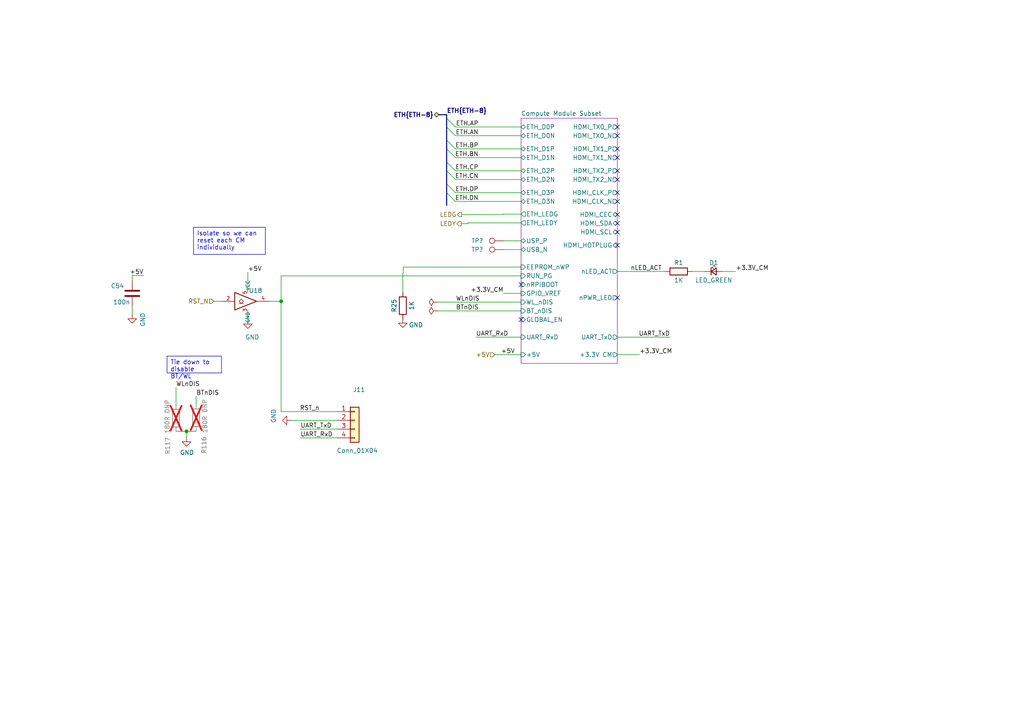
<source format=kicad_sch>
(kicad_sch (version 20230121) (generator eeschema)
  (paper "A4")
  (title_block (title "Penta-Pi") (date "2022-09-05") (rev "2.0") (comment 1 "fjc"))
  (lib_symbols
    (symbol "CM4IO:74LVC1G07_copy"
      (property "Reference" "U" (at -2.54 3.81 0))
      (property "Value" "74LVC1G07_copy" (at 0 -3.81 0))
      (symbol "74LVC1G07_copy_0_1"
        (polyline (pts (xy -2.54 -0.635) (xy -1.27 -0.635)))
        (polyline (pts (xy -3.81 2.54) (xy -3.81 -2.54) (xy 2.54 0) (xy -3.81 2.54)) (stroke (width 0.254)))
        (polyline (pts (xy -1.905 0.635) (xy -2.54 0) (xy -1.905 -0.635) (xy -1.27 0) (xy -1.905 0.635)))
      )
      (symbol "74LVC1G07_copy_1_1"
        (pin input line (at -7.62 0 0) (length 3.81) (name "~") (number "2"))
        (pin power_in line (at 0 -2.54 270) (length 0) (name "GND") (number "3"))
        (pin open_collector line (at 6.35 0 180) (length 3.81) (name "~") (number "4"))
        (pin power_in line (at 0 2.54 90) (length 0) (name "VCC") (number "5"))
      )
    )
    (symbol "Connector_Generic:Conn_01x04" (pin_names (offset 1.016) hide)
      (property "Reference" "J" (at 0 5.08 0))
      (property "Value" "Conn_01x04" (at 0 -7.62 0))
      (symbol "Conn_01x04_1_1"
        (rectangle (start -1.27 -4.953) (end 0 -5.207) (stroke (width 0.1524)))
        (rectangle (start -1.27 -2.413) (end 0 -2.667) (stroke (width 0.1524)))
        (rectangle (start -1.27 0.127) (end 0 -0.127) (stroke (width 0.1524)))
        (rectangle (start -1.27 2.667) (end 0 2.413) (stroke (width 0.1524)))
        (rectangle (start -1.27 3.81) (end 1.27 -6.35) (stroke (width 0.254)) (fill (type background)))
        (pin passive line (at -5.08 2.54 0) (length 3.81) (name "Pin_1") (number "1"))
        (pin passive line (at -5.08 0 0) (length 3.81) (name "Pin_2") (number "2"))
        (pin passive line (at -5.08 -2.54 0) (length 3.81) (name "Pin_3") (number "3"))
        (pin passive line (at -5.08 -5.08 0) (length 3.81) (name "Pin_4") (number "4"))
      )
    )
    (symbol "Device:C" (pin_numbers hide) (pin_names (offset 0.254))
      (property "Reference" "C" (at 0.635 2.54 0))
      (property "Value" "C" (at 0.635 -2.54 0))
      (symbol "C_0_1"
        (polyline (pts (xy -2.032 -0.762) (xy 2.032 -0.762)) (stroke (width 0.508)))
        (polyline (pts (xy -2.032 0.762) (xy 2.032 0.762)) (stroke (width 0.508)))
      )
      (symbol "C_1_1"
        (pin passive line (at 0 3.81 270) (length 2.794) (name "~") (number "1"))
        (pin passive line (at 0 -3.81 90) (length 2.794) (name "~") (number "2"))
      )
    )
    (symbol "Device:LED_Small" (pin_numbers hide) (pin_names (offset 0.254) hide)
      (property "Reference" "D" (at -1.27 3.175 0))
      (property "Value" "LED_Small" (at -4.445 -2.54 0))
      (symbol "LED_Small_0_1"
        (polyline (pts (xy -0.762 -1.016) (xy -0.762 1.016)) (stroke (width 0.254)))
        (polyline (pts (xy 1.016 0) (xy -0.762 0)))
        (polyline (pts (xy 0.762 -1.016) (xy -0.762 0) (xy 0.762 1.016) (xy 0.762 -1.016)) (stroke (width 0.254)))
        (polyline (pts (xy 0 0.762) (xy -0.508 1.27) (xy -0.254 1.27) (xy -0.508 1.27) (xy -0.508 1.016)))
        (polyline (pts (xy 0.508 1.27) (xy 0 1.778) (xy 0.254 1.778) (xy 0 1.778) (xy 0 1.524)))
      )
      (symbol "LED_Small_1_1"
        (pin passive line (at -2.54 0 0) (length 1.778) (name "K") (number "1"))
        (pin passive line (at 2.54 0 180) (length 1.778) (name "A") (number "2"))
      )
    )
    (symbol "Device:R" (pin_numbers hide) (pin_names (offset 0))
      (property "Reference" "R" (at 2.032 0 90))
      (property "Value" "R" (at 0 0 90))
      (symbol "R_0_1"
        (rectangle (start -1.016 -2.54) (end 1.016 2.54) (stroke (width 0.254)))
      )
      (symbol "R_1_1"
        (pin passive line (at 0 3.81 270) (length 1.27) (name "~") (number "1"))
        (pin passive line (at 0 -3.81 90) (length 1.27) (name "~") (number "2"))
      )
    )
    (symbol "TestPoint_9" (pin_numbers hide) (pin_names (offset 0.762) hide) (in_bom no)
      (property "Reference" "TP" (at 0 6.858 0))
      (property "Value" "TestPoint" (at 0 5.08 0))
      (symbol "TestPoint_9_0_1"
        (circle (center 0 3.302) (radius 0.762))
      )
      (symbol "TestPoint_9_1_1"
        (pin passive line (at 0 0 90) (length 2.54) (name "1") (number "1"))
      )
    )
    (symbol "power:GND" (power) (pin_names (offset 0))
      (property "Value" "GND" (at 0 -3.81 0))
      (symbol "GND_0_1"
        (polyline (pts (xy 0 0) (xy 0 -1.27) (xy 1.27 -1.27) (xy 0 -2.54) (xy -1.27 -1.27) (xy 0 -1.27)))
      )
      (symbol "GND_1_1"
        (pin power_in line (at 0 0 270) (length 0) hide (name "GND") (number "1"))
      )
    )
    (symbol "power:PWR_FLAG" (power) (pin_numbers hide) (pin_names (offset 0) hide)
      (property "Value" "PWR_FLAG" (at 0 3.81 0))
      (symbol "PWR_FLAG_0_0"
        (pin power_out line (at 0 0 90) (length 0) (name "pwr") (number "1"))
      )
      (symbol "PWR_FLAG_0_1"
        (polyline (pts (xy 0 0) (xy 0 1.27) (xy -1.016 1.905) (xy 0 2.54) (xy 1.016 1.905) (xy 0 1.27)))
      )
    )
  )
  (bus_alias "ETH-8" (members "AP" "AN" "BP" "BN" "CP" "CN" "DP" "DN"))
  (junction (at 81.534 87.376))
  (junction (at 54.102 125.095))
  (no_connect (at 179.07 64.77))
  (no_connect (at 151.13 92.71))
  (no_connect (at 151.13 82.55))
  (no_connect (at 179.07 67.31))
  (no_connect (at 179.07 86.36))
  (no_connect (at 179.07 36.83))
  (no_connect (at 179.07 71.12))
  (no_connect (at 179.07 55.88))
  (no_connect (at 179.07 49.53))
  (no_connect (at 179.07 43.18))
  (no_connect (at 179.07 45.72))
  (no_connect (at 179.07 62.23))
  (no_connect (at 179.07 39.37))
  (no_connect (at 179.07 52.07))
  (no_connect (at 179.07 58.42))
  (bus_entry (at 129.54 40.64) (size 2.54 2.54))
  (bus_entry (at 129.54 49.53) (size 2.54 2.54))
  (bus_entry (at 129.54 53.34) (size 2.54 2.54))
  (bus_entry (at 129.54 43.18) (size 2.54 2.54))
  (bus_entry (at 129.54 34.29) (size 2.54 2.54))
  (bus_entry (at 129.54 36.83) (size 2.54 2.54))
  (bus_entry (at 129.54 55.88) (size 2.54 2.54))
  (bus_entry (at 129.54 46.99) (size 2.54 2.54))
  (bus (pts (xy 129.54 53.34) (xy 129.54 55.88)))
  (wire (pts (xy 132.08 49.53) (xy 151.13 49.53)))
  (wire (pts (xy 179.07 102.87) (xy 185.42 102.87)))
  (wire (pts (xy 71.882 84.836) (xy 71.882 78.994)))
  (wire (pts (xy 116.84 79.248) (xy 116.84 84.836)))
  (wire (pts (xy 38.354 79.883) (xy 38.354 81.28)))
  (wire (pts (xy 209.55 78.74) (xy 213.36 78.74)))
  (wire (pts (xy 61.976 87.376) (xy 64.262 87.376)))
  (wire (pts (xy 151.13 62.103) (xy 145.923 62.103)))
  (wire (pts (xy 38.354 88.9) (xy 38.354 91.186)))
  (wire (pts (xy 71.882 89.916) (xy 71.882 92.71)))
  (wire (pts (xy 132.08 39.37) (xy 151.13 39.37)))
  (bus (pts (xy 129.54 46.99) (xy 129.54 49.53)))
  (bus (pts (xy 129.54 43.18) (xy 129.54 46.99)))
  (wire (pts (xy 127 90.17) (xy 151.13 90.17)))
  (wire (pts (xy 132.08 36.83) (xy 151.13 36.83)))
  (wire (pts (xy 204.47 78.74) (xy 200.66 78.74)))
  (wire (pts (xy 135.7093 64.875) (xy 133.7617 64.875)))
  (wire (pts (xy 87.122 124.46) (xy 97.79 124.46)))
  (wire (pts (xy 179.07 78.74) (xy 193.04 78.74)))
  (wire (pts (xy 132.08 52.07) (xy 151.13 52.07)))
  (bus (pts (xy 129.54 33.274) (xy 129.54 34.29)))
  (bus (pts (xy 129.54 55.88) (xy 129.54 59.563)))
  (wire (pts (xy 135.7093 64.643) (xy 135.7093 64.875)))
  (wire (pts (xy 54.102 125.095) (xy 56.896 125.095)))
  (wire (pts (xy 84.455 121.92) (xy 97.79 121.92)))
  (wire (pts (xy 116.967 77.47) (xy 151.13 77.47)))
  (wire (pts (xy 56.896 125.095) (xy 56.896 124.968)))
  (wire (pts (xy 116.84 79.248) (xy 116.967 79.248)))
  (wire (pts (xy 132.08 43.18) (xy 151.13 43.18)))
  (wire (pts (xy 87.122 127) (xy 97.79 127)))
  (wire (pts (xy 132.08 45.72) (xy 151.13 45.72)))
  (wire (pts (xy 179.07 97.79) (xy 194.31 97.79)))
  (bus (pts (xy 129.54 34.29) (xy 129.54 36.83)))
  (wire (pts (xy 138.049 97.79) (xy 151.13 97.79)))
  (wire (pts (xy 38.354 79.883) (xy 41.656 79.883)))
  (bus (pts (xy 129.54 36.83) (xy 129.54 40.64)))
  (wire (pts (xy 146.05 69.85) (xy 151.13 69.85)))
  (wire (pts (xy 54.102 125.095) (xy 54.102 126.873)))
  (wire (pts (xy 143.51 102.87) (xy 151.13 102.87)))
  (wire (pts (xy 135.7093 64.643) (xy 151.13 64.643)))
  (bus (pts (xy 127.254 33.274) (xy 129.54 33.274)))
  (wire (pts (xy 145.923 62.2245) (xy 145.923 62.103)))
  (wire (pts (xy 56.896 117.348) (xy 56.896 114.935)))
  (wire (pts (xy 51.054 125.095) (xy 54.102 125.095)))
  (wire (pts (xy 146.05 85.09) (xy 151.13 85.09)))
  (wire (pts (xy 146.05 72.39) (xy 151.13 72.39)))
  (wire (pts (xy 132.08 55.88) (xy 151.13 55.88)))
  (wire (pts (xy 78.232 87.376) (xy 81.534 87.376)))
  (wire (pts (xy 151.13 80.01) (xy 81.534 80.01)))
  (wire (pts (xy 132.08 58.42) (xy 151.13 58.42)))
  (wire (pts (xy 81.534 80.01) (xy 81.534 87.376)))
  (wire (pts (xy 51.054 112.395) (xy 51.054 117.475)))
  (wire (pts (xy 81.534 119.38) (xy 97.79 119.38)))
  (bus (pts (xy 129.54 40.64) (xy 129.54 43.18)))
  (wire (pts (xy 127 87.63) (xy 151.13 87.63)))
  (bus (pts (xy 129.54 49.53) (xy 129.54 53.34)))
  (wire (pts (xy 133.8942 62.2245) (xy 145.923 62.2245)))
  (wire (pts (xy 116.967 79.248) (xy 116.967 77.47)))
  (wire (pts (xy 81.534 87.376) (xy 81.534 119.38)))
  (text_box "Tie down to\ndisable BT/WL" (at 48.4516 103.2805 0) (size 15.7935 4.883) (effects (font (size 1.27 1.27)) (justify left top)))
  (text_box "Isolate so we can\nreset each CM individually" (at 56.134 65.913 0) (size 20.828 7.874) (effects (font (size 1.27 1.27)) (justify left top)))
  (label "ETH.BP" (at 138.811 43.18 180))
  (label "UART_RxD" (at 87.122 127 0))
  (label "ETH.BN" (at 138.811 45.72 180))
  (label "+3.3V_CM" (at 185.42 102.87 0))
  (label "+3.3V_CM" (at 146.05 85.09 180))
  (label "WLnDIS" (at 132.207 87.63 0))
  (label "ETH{ETH-8}" (at 129.54 33.274 0) (effects (font bold)))
  (label "WLnDIS" (at 51.054 112.395 0))
  (label "+5V" (at 71.882 78.994 0))
  (label "ETH.DP" (at 138.811 55.88 180))
  (label "UART_TxD" (at 87.122 124.46 0))
  (label "BTnDIS" (at 132.207 90.17 0))
  (label "+3.3V_CM" (at 213.36 78.74 0))
  (label "nLED_ACT" (at 182.88 78.74 0))
  (label "ETH.DN" (at 138.811 58.42 180))
  (label "ETH.AP" (at 138.811 36.83 180))
  (label "ETH.AN" (at 138.811 39.37 180))
  (label "+5V" (at 145.288 102.87 0))
  (label "BTnDIS" (at 56.896 114.935 0))
  (label "+5V" (at 41.656 79.883 180))
  (label "ETH.CN" (at 138.811 52.07 180))
  (label "RST_n" (at 92.71 119.38 180))
  (label "UART_RxD" (at 138.049 97.79 0))
  (label "ETH.CP" (at 138.811 49.53 180))
  (label "UART_TxD" (at 194.31 97.79 180))
  (hierarchical_label "ETH{ETH-8}" (shape bidirectional) (at 127.254 33.274 180) (effects (font bold)))
  (hierarchical_label "RST_N" (shape input) (at 61.976 87.376 180))
  (hierarchical_label "LEDG" (shape output) (at 133.8942 62.2245 180))
  (hierarchical_label "+5V" (shape input) (at 143.51 102.87 180))
  (hierarchical_label "LEDY" (shape output) (at 133.7617 64.875 180))
  (symbol (lib_id "Device:R") (at 196.85 78.74 90) (unit 1)
    (property "Reference" "R1" (at 196.85 76.2 90))
    (property "Value" "1K" (at 196.85 81.28 90))
    (property "Footprint" "Resistor_SMD:R_0603_1608Metric" (effects hide))
    (property "LCSC Part Number" "C21190" (effects hide))
    (instances (project "Hepta-Pi_1.1" (path "" (reference "R1") (unit 1)) (path "" (reference "R2") (unit 1)) (path "" (reference "R3") (unit 1)) (path "" (reference "R4") (unit 1)) (path "" (reference "R103") (unit 1)) (path "" (reference "R111") (unit 1))))
  )
  (symbol (lib_id "Device:R") (at 51.054 121.285 0) (mirror x) (unit 1) (dnp yes)
    (property "Reference" "R117" (at 48.6392 126.7309 90) (effects (justify left)))
    (property "Value" "180R DNP" (at 48.514 115.824 90) (effects (justify left)))
    (property "Footprint" "Resistor_SMD:R_0603_1608Metric_Pad0.98x0.95mm_HandSolder" (effects hide))
    (property "LCSC Part Number" "DNP" (effects hide))
    (property "Special" "DNP" (effects hide))
    (instances (project "Hepta-Pi_1.1" (path "" (reference "R117") (unit 1)) (path "" (reference "R26") (unit 1)) (path "" (reference "R48") (unit 1)) (path "" (reference "R22") (unit 1)) (path "" (reference "R45") (unit 1)) (path "" (reference "R26") (unit 1)) (path "" (reference "R51") (unit 1))))
  )
  (symbol (lib_id "Connector_Generic:Conn_01x04") (at 102.87 121.92 0) (unit 1)
    (property "Reference" "J11" (at 104.14 113.03 0))
    (property "Value" "Conn_01X04" (at 103.632 130.683 0))
    (property "Footprint" "Connector_PinHeader_2.54mm:PinHeader_1x04_P2.54mm_Vertical" (effects hide))
    (property "Special" "TH" (effects hide))
    (instances (project "Hepta-Pi_1.1" (path "" (reference "J11") (unit 1)) (path "" (reference "J12") (unit 1)) (path "" (reference "J13") (unit 1)) (path "" (reference "J14") (unit 1)) (path "" (reference "J27") (unit 1)) (path "" (reference "J28") (unit 1))))
  )
  (symbol (lib_id "CM4IO:74LVC1G07_copy") (at 71.882 87.376 0) (unit 1)
    (property "Reference" "U18" (at 74.13 84.2963 0))
    (property "Value" "74LVC1G07SE-7" (effects hide))
    (property "Footprint" "Package_TO_SOT_SMD:SOT-353_SC-70-5" (effects hide))
    (property "Datasheet" "https://www.diodes.com/assets/Datasheets/74LVC1G07.pdf" (effects hide))
    (property "LCSC Part Number" "C67531" (effects hide))
    (instances (project "Hepta-Pi_1.1" (path "" (reference "U18") (unit 1)) (path "" (reference "U18") (unit 1)) (path "" (reference "U16") (unit 1)) (path "" (reference "U17") (unit 1)) (path "" (reference "U13") (unit 1)) (path "" (reference "U14") (unit 1)) (path "" (reference "U16") (unit 1)) (path "" (reference "U15") (unit 1))))
  )
  (symbol (lib_id "power:PWR_FLAG") (at 127 87.63 90) (unit 1)
    (property "Reference" "#FLG0115" (effects hide))
    (property "Value" "PWR_FLAG" (effects hide))
    (instances (project "Hepta-Pi_1.1" (path "" (reference "#FLG0115") (unit 1)) (path "" (reference "#FLG0117") (unit 1)) (path "" (reference "#FLG0122") (unit 1)) (path "" (reference "#FLG0124") (unit 1)) (path "" (reference "#FLG0101") (unit 1)) (path "" (reference "#FLG0106") (unit 1))))
  )
  (symbol (lib_id "power:GND") (at 116.84 92.456 0) (unit 1)
    (property "Reference" "#PWR0144" (effects hide))
    (property "Value" "GND" (at 120.65 94.234 0))
    (instances (project "Hepta-Pi_1.1" (path "" (reference "#PWR0144") (unit 1)) (path "" (reference "#PWR0145") (unit 1)) (path "" (reference "#PWR0146") (unit 1)) (path "" (reference "#PWR0147") (unit 1)) (path "" (reference "#PWR0130") (unit 1)) (path "" (reference "#PWR0187") (unit 1))))
  )
  (symbol (lib_id "Device:LED_Small") (at 207.01 78.74 0) (unit 1)
    (property "Reference" "D1" (at 207.01 76.2 0))
    (property "Value" "LED_GREEN" (at 207.01 81.28 0))
    (property "Footprint" "LED_SMD:LED_0805_2012Metric_Pad1.15x1.40mm_HandSolder" (effects hide))
    (property "Datasheet" "https://katalog.we.org" (effects hide))
    (property "LCSC Part Number" "C2297" (effects hide))
    (instances (project "Hepta-Pi_1.1" (path "" (reference "D1") (unit 1)) (path "" (reference "D2") (unit 1)) (path "" (reference "D3") (unit 1)) (path "" (reference "D4") (unit 1)) (path "" (reference "D12") (unit 1)) (path "" (reference "D13") (unit 1))))
  )
  (symbol (lib_name "TestPoint_9") (lib_id "Connector:TestPoint") (at 146.05 72.39 90) (mirror x) (unit 1) (in_bom no)
    (property "Reference" "TP?" (at 138.43 72.39 90))
    (property "Value" "TestPoint" (effects hide))
    (property "Footprint" "TestPoint:TestPoint_Pad_D1.0mm" (effects hide))
    (property "LCSC Part Number" "DNP" (effects hide))
    (property "Manuf Partno" " " (effects hide))
    (instances (project "Hepta-Pi_1.1" (path "" (reference "TP?") (unit 1)) (path "" (reference "TP16") (unit 1)) (path "" (reference "TP20") (unit 1))))
  )
  (symbol (lib_name "TestPoint_9") (lib_id "Connector:TestPoint") (at 146.05 69.85 90) (mirror x) (unit 1) (in_bom no)
    (property "Reference" "TP?" (at 138.43 69.85 90))
    (property "Value" "TestPoint" (effects hide))
    (property "Footprint" "TestPoint:TestPoint_Pad_D1.0mm" (effects hide))
    (property "LCSC Part Number" "DNP" (effects hide))
    (property "Manuf Partno" " " (effects hide))
    (instances (project "Hepta-Pi_1.1" (path "" (reference "TP?") (unit 1)) (path "" (reference "TP17") (unit 1)) (path "" (reference "TP21") (unit 1))))
  )
  (symbol (lib_id "power:GND") (at 54.102 126.873 0) (unit 1)
    (property "Reference" "#PWR0101" (effects hide))
    (property "Value" "GND" (at 54.229 131.2672 0))
    (instances (project "Hepta-Pi_1.1" (path "" (reference "#PWR0101") (unit 1)) (path "" (reference "#PWR0102") (unit 1)) (path "" (reference "#PWR0103") (unit 1)) (path "" (reference "#PWR0172") (unit 1)) (path "" (reference "#PWR0173") (unit 1)) (path "" (reference "#PWR0101") (unit 1)) (path "" (reference "#PWR0185") (unit 1))))
  )
  (symbol (lib_id "Device:R") (at 56.896 121.158 180) (unit 1) (dnp yes)
    (property "Reference" "R116" (at 59.1714 126.5564 90) (effects (justify left)))
    (property "Value" "180R DNP" (at 59.436 115.697 90) (effects (justify left)))
    (property "Footprint" "Resistor_SMD:R_0603_1608Metric_Pad0.98x0.95mm_HandSolder" (effects hide))
    (property "LCSC Part Number" "DNP" (effects hide))
    (property "Special" "DNP" (effects hide))
    (instances (project "Hepta-Pi_1.1" (path "" (reference "R116") (unit 1)) (path "" (reference "R27") (unit 1)) (path "" (reference "R49") (unit 1)) (path "" (reference "R21") (unit 1)) (path "" (reference "R46") (unit 1)) (path "" (reference "R25") (unit 1)) (path "" (reference "R50") (unit 1))))
  )
  (symbol (lib_id "Device:R") (at 116.84 88.646 180) (unit 1)
    (property "Reference" "R25" (at 114.3 88.646 90))
    (property "Value" "1K" (at 119.38 88.646 90))
    (property "Footprint" "Resistor_SMD:R_0603_1608Metric" (effects hide))
    (property "LCSC Part Number" "C21190" (effects hide))
    (instances (project "Hepta-Pi_1.1" (path "" (reference "R25") (unit 1)) (path "" (reference "R47") (unit 1)) (path "" (reference "R29") (unit 1)) (path "" (reference "R50") (unit 1)) (path "" (reference "R27") (unit 1)) (path "" (reference "R112") (unit 1))))
  )
  (symbol (lib_id "power:GND") (at 71.882 92.71 0) (unit 1)
    (property "Reference" "#PWR013" (effects hide))
    (property "Value" "GND" (at 73.152 97.79 0))
    (instances (project "Hepta-Pi_1.1" (path "" (reference "#PWR013") (unit 1)) (path "" (reference "#PWR015") (unit 1)) (path "" (reference "#PWR016") (unit 1)) (path "" (reference "#PWR017") (unit 1)) (path "" (reference "#PWR0131") (unit 1)) (path "" (reference "#PWR0186") (unit 1))))
  )
  (symbol (lib_id "power:GND") (at 38.354 91.186 0) (unit 1)
    (property "Reference" "#PWR018" (effects hide))
    (property "Value" "GND" (at 41.402 92.71 90))
    (instances (project "Hepta-Pi_1.1" (path "" (reference "#PWR018") (unit 1)) (path "" (reference "#PWR019") (unit 1)) (path "" (reference "#PWR020") (unit 1)) (path "" (reference "#PWR021") (unit 1)) (path "" (reference "#PWR0133") (unit 1)) (path "" (reference "#PWR0184") (unit 1))))
  )
  (symbol (lib_id "Device:C") (at 38.354 85.09 0) (unit 1)
    (property "Reference" "C54" (at 32.131 82.931 0) (effects (justify left)))
    (property "Value" "100n" (at 32.766 87.63 0) (effects (justify left)))
    (property "Footprint" "Capacitor_SMD:C_0402_1005Metric" (effects hide))
    (property "Datasheet" "https://search.murata.co.jp/Ceramy/image/img/A01X/G101/ENG/GRM21BR71A106KA73-01.pdf" (effects hide))
    (property "LCSC Part Number" "C1525" (effects hide))
    (instances (project "Hepta-Pi_1.1" (path "" (reference "C54") (unit 1)) (path "" (reference "C61") (unit 1)) (path "" (reference "C62") (unit 1)) (path "" (reference "C53") (unit 1)) (path "" (reference "C54") (unit 1)) (path "" (reference "C64") (unit 1)) (path "" (reference "C63") (unit 1))))
  )
  (symbol (lib_id "power:PWR_FLAG") (at 127 90.17 90) (unit 1)
    (property "Reference" "#FLG0114" (effects hide))
    (property "Value" "PWR_FLAG" (effects hide))
    (instances (project "Hepta-Pi_1.1" (path "" (reference "#FLG0114") (unit 1)) (path "" (reference "#FLG0116") (unit 1)) (path "" (reference "#FLG0121") (unit 1)) (path "" (reference "#FLG0123") (unit 1)) (path "" (reference "#FLG0105") (unit 1)) (path "" (reference "#FLG0107") (unit 1))))
  )
  (symbol (lib_id "power:GND") (at 84.455 121.92 270) (mirror x) (unit 1)
    (property "Reference" "#PWR04" (effects hide))
    (property "Value" "GND" (at 79.375 120.65 0))
    (instances (project "Hepta-Pi_1.1" (path "" (reference "#PWR04") (unit 1)) (path "" (reference "#PWR070") (unit 1)) (path "" (reference "#PWR080") (unit 1)) (path "" (reference "#PWR0136") (unit 1)) (path "" (reference "#PWR0132") (unit 1)) (path "" (reference "#PWR0188") (unit 1))))
  )
  (sheet (at 151.13 34.29) (size 27.94 71.12) (stroke (width 0.001) (color 132 0 132 1)) (fill (color 255 255 255 0.0000))
    (property "Sheetname" "Compute Module Subset" (at 151.13 33.6541 0) (effects (justify left bottom)))
    (property "Sheetfile" "cm-sum.kicad_sch" (effects hide))
    (pin "GLOBAL_EN" input (at 151.13 92.71 180))
    (pin "+3.3V CM" output (at 179.07 102.87 0))
    (pin "+5V" input (at 151.13 102.87 180))
    (pin "ETH_D2P" bidirectional (at 151.13 49.53 180))
    (pin "ETH_D3P" bidirectional (at 151.13 55.88 180))
    (pin "ETH_D3N" bidirectional (at 151.13 58.42 180))
    (pin "ETH_D2N" bidirectional (at 151.13 52.07 180))
    (pin "nLED_ACT" output (at 179.07 78.74 0))
    (pin "ETH_LEDG" output (at 151.13 62.103 180))
    (pin "ETH_LEDY" output (at 151.13 64.643 180))
    (pin "ETH_D0N" bidirectional (at 151.13 39.37 180))
    (pin "ETH_D1N" bidirectional (at 151.13 45.72 180))
    (pin "ETH_D1P" bidirectional (at 151.13 43.18 180))
    (pin "ETH_D0P" bidirectional (at 151.13 36.83 180))
    (pin "HDMI_SDA" bidirectional (at 179.07 64.77 0))
    (pin "HDMI_CEC" bidirectional (at 179.07 62.23 0))
    (pin "HDMI_HOTPLUG" input (at 179.07 71.12 0))
    (pin "USB_N" bidirectional (at 151.13 72.39 180))
    (pin "USP_P" bidirectional (at 151.13 69.85 180))
    (pin "GPIO_VREF" input (at 151.13 85.09 180))
    (pin "RUN_PG" input (at 151.13 80.01 180))
    (pin "EEPROM_nWP" input (at 151.13 77.47 180))
    (pin "HDMI_SCL" bidirectional (at 179.07 67.31 0))
    (pin "HDMI_TX0_P" output (at 179.07 36.83 0))
    (pin "HDMI_TX0_N" output (at 179.07 39.37 0))
    (pin "HDMI_CLK_P" output (at 179.07 55.88 0))
    (pin "HDMI_CLK_N" output (at 179.07 58.42 0))
    (pin "HDMI_TX1_N" output (at 179.07 45.72 0))
    (pin "HDMI_TX1_P" output (at 179.07 43.18 0))
    (pin "HDMI_TX2_N" output (at 179.07 52.07 0))
    (pin "HDMI_TX2_P" output (at 179.07 49.53 0))
    (pin "WL_nDIS" input (at 151.13 87.63 180))
    (pin "nPWR_LED" output (at 179.07 86.36 0))
    (pin "BT_nDIS" input (at 151.13 90.17 180))
    (pin "nRPIBOOT" input (at 151.13 82.55 180))
    (pin "UART_TxD" output (at 179.07 97.79 0))
    (pin "UART_RxD" input (at 151.13 97.79 180))
  )
)
</source>
